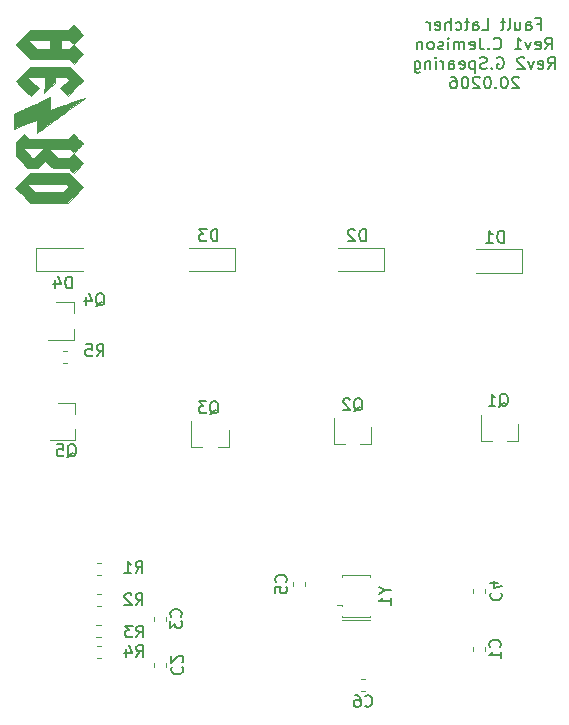
<source format=gbr>
G04 #@! TF.GenerationSoftware,KiCad,Pcbnew,5.1.5-52549c5~84~ubuntu18.04.1*
G04 #@! TF.CreationDate,2020-02-06T21:07:47-05:00*
G04 #@! TF.ProjectId,FH_fault-latch,46485f66-6175-46c7-942d-6c617463682e,rev?*
G04 #@! TF.SameCoordinates,Original*
G04 #@! TF.FileFunction,Legend,Bot*
G04 #@! TF.FilePolarity,Positive*
%FSLAX46Y46*%
G04 Gerber Fmt 4.6, Leading zero omitted, Abs format (unit mm)*
G04 Created by KiCad (PCBNEW 5.1.5-52549c5~84~ubuntu18.04.1) date 2020-02-06 21:07:47*
%MOMM*%
%LPD*%
G04 APERTURE LIST*
%ADD10C,0.150000*%
%ADD11C,0.010000*%
%ADD12C,0.120000*%
G04 APERTURE END LIST*
D10*
X151772380Y-69843571D02*
X152105714Y-69843571D01*
X152105714Y-70367380D02*
X152105714Y-69367380D01*
X151629523Y-69367380D01*
X150820000Y-70367380D02*
X150820000Y-69843571D01*
X150867619Y-69748333D01*
X150962857Y-69700714D01*
X151153333Y-69700714D01*
X151248571Y-69748333D01*
X150820000Y-70319761D02*
X150915238Y-70367380D01*
X151153333Y-70367380D01*
X151248571Y-70319761D01*
X151296190Y-70224523D01*
X151296190Y-70129285D01*
X151248571Y-70034047D01*
X151153333Y-69986428D01*
X150915238Y-69986428D01*
X150820000Y-69938809D01*
X149915238Y-69700714D02*
X149915238Y-70367380D01*
X150343809Y-69700714D02*
X150343809Y-70224523D01*
X150296190Y-70319761D01*
X150200952Y-70367380D01*
X150058095Y-70367380D01*
X149962857Y-70319761D01*
X149915238Y-70272142D01*
X149296190Y-70367380D02*
X149391428Y-70319761D01*
X149439047Y-70224523D01*
X149439047Y-69367380D01*
X149058095Y-69700714D02*
X148677142Y-69700714D01*
X148915238Y-69367380D02*
X148915238Y-70224523D01*
X148867619Y-70319761D01*
X148772380Y-70367380D01*
X148677142Y-70367380D01*
X147105714Y-70367380D02*
X147581904Y-70367380D01*
X147581904Y-69367380D01*
X146343809Y-70367380D02*
X146343809Y-69843571D01*
X146391428Y-69748333D01*
X146486666Y-69700714D01*
X146677142Y-69700714D01*
X146772380Y-69748333D01*
X146343809Y-70319761D02*
X146439047Y-70367380D01*
X146677142Y-70367380D01*
X146772380Y-70319761D01*
X146820000Y-70224523D01*
X146820000Y-70129285D01*
X146772380Y-70034047D01*
X146677142Y-69986428D01*
X146439047Y-69986428D01*
X146343809Y-69938809D01*
X146010476Y-69700714D02*
X145629523Y-69700714D01*
X145867619Y-69367380D02*
X145867619Y-70224523D01*
X145820000Y-70319761D01*
X145724761Y-70367380D01*
X145629523Y-70367380D01*
X144867619Y-70319761D02*
X144962857Y-70367380D01*
X145153333Y-70367380D01*
X145248571Y-70319761D01*
X145296190Y-70272142D01*
X145343809Y-70176904D01*
X145343809Y-69891190D01*
X145296190Y-69795952D01*
X145248571Y-69748333D01*
X145153333Y-69700714D01*
X144962857Y-69700714D01*
X144867619Y-69748333D01*
X144439047Y-70367380D02*
X144439047Y-69367380D01*
X144010476Y-70367380D02*
X144010476Y-69843571D01*
X144058095Y-69748333D01*
X144153333Y-69700714D01*
X144296190Y-69700714D01*
X144391428Y-69748333D01*
X144439047Y-69795952D01*
X143153333Y-70319761D02*
X143248571Y-70367380D01*
X143439047Y-70367380D01*
X143534285Y-70319761D01*
X143581904Y-70224523D01*
X143581904Y-69843571D01*
X143534285Y-69748333D01*
X143439047Y-69700714D01*
X143248571Y-69700714D01*
X143153333Y-69748333D01*
X143105714Y-69843571D01*
X143105714Y-69938809D01*
X143581904Y-70034047D01*
X142677142Y-70367380D02*
X142677142Y-69700714D01*
X142677142Y-69891190D02*
X142629523Y-69795952D01*
X142581904Y-69748333D01*
X142486666Y-69700714D01*
X142391428Y-69700714D01*
X152439047Y-72017380D02*
X152772380Y-71541190D01*
X153010476Y-72017380D02*
X153010476Y-71017380D01*
X152629523Y-71017380D01*
X152534285Y-71065000D01*
X152486666Y-71112619D01*
X152439047Y-71207857D01*
X152439047Y-71350714D01*
X152486666Y-71445952D01*
X152534285Y-71493571D01*
X152629523Y-71541190D01*
X153010476Y-71541190D01*
X151629523Y-71969761D02*
X151724761Y-72017380D01*
X151915238Y-72017380D01*
X152010476Y-71969761D01*
X152058095Y-71874523D01*
X152058095Y-71493571D01*
X152010476Y-71398333D01*
X151915238Y-71350714D01*
X151724761Y-71350714D01*
X151629523Y-71398333D01*
X151581904Y-71493571D01*
X151581904Y-71588809D01*
X152058095Y-71684047D01*
X151248571Y-71350714D02*
X151010476Y-72017380D01*
X150772380Y-71350714D01*
X149867619Y-72017380D02*
X150439047Y-72017380D01*
X150153333Y-72017380D02*
X150153333Y-71017380D01*
X150248571Y-71160238D01*
X150343809Y-71255476D01*
X150439047Y-71303095D01*
X148105714Y-71922142D02*
X148153333Y-71969761D01*
X148296190Y-72017380D01*
X148391428Y-72017380D01*
X148534285Y-71969761D01*
X148629523Y-71874523D01*
X148677142Y-71779285D01*
X148724761Y-71588809D01*
X148724761Y-71445952D01*
X148677142Y-71255476D01*
X148629523Y-71160238D01*
X148534285Y-71065000D01*
X148391428Y-71017380D01*
X148296190Y-71017380D01*
X148153333Y-71065000D01*
X148105714Y-71112619D01*
X147677142Y-71922142D02*
X147629523Y-71969761D01*
X147677142Y-72017380D01*
X147724761Y-71969761D01*
X147677142Y-71922142D01*
X147677142Y-72017380D01*
X146915238Y-71017380D02*
X146915238Y-71731666D01*
X146962857Y-71874523D01*
X147058095Y-71969761D01*
X147200952Y-72017380D01*
X147296190Y-72017380D01*
X146058095Y-71969761D02*
X146153333Y-72017380D01*
X146343809Y-72017380D01*
X146439047Y-71969761D01*
X146486666Y-71874523D01*
X146486666Y-71493571D01*
X146439047Y-71398333D01*
X146343809Y-71350714D01*
X146153333Y-71350714D01*
X146058095Y-71398333D01*
X146010476Y-71493571D01*
X146010476Y-71588809D01*
X146486666Y-71684047D01*
X145581904Y-72017380D02*
X145581904Y-71350714D01*
X145581904Y-71445952D02*
X145534285Y-71398333D01*
X145439047Y-71350714D01*
X145296190Y-71350714D01*
X145200952Y-71398333D01*
X145153333Y-71493571D01*
X145153333Y-72017380D01*
X145153333Y-71493571D02*
X145105714Y-71398333D01*
X145010476Y-71350714D01*
X144867619Y-71350714D01*
X144772380Y-71398333D01*
X144724761Y-71493571D01*
X144724761Y-72017380D01*
X144248571Y-72017380D02*
X144248571Y-71350714D01*
X144248571Y-71017380D02*
X144296190Y-71065000D01*
X144248571Y-71112619D01*
X144200952Y-71065000D01*
X144248571Y-71017380D01*
X144248571Y-71112619D01*
X143820000Y-71969761D02*
X143724761Y-72017380D01*
X143534285Y-72017380D01*
X143439047Y-71969761D01*
X143391428Y-71874523D01*
X143391428Y-71826904D01*
X143439047Y-71731666D01*
X143534285Y-71684047D01*
X143677142Y-71684047D01*
X143772380Y-71636428D01*
X143820000Y-71541190D01*
X143820000Y-71493571D01*
X143772380Y-71398333D01*
X143677142Y-71350714D01*
X143534285Y-71350714D01*
X143439047Y-71398333D01*
X142820000Y-72017380D02*
X142915238Y-71969761D01*
X142962857Y-71922142D01*
X143010476Y-71826904D01*
X143010476Y-71541190D01*
X142962857Y-71445952D01*
X142915238Y-71398333D01*
X142820000Y-71350714D01*
X142677142Y-71350714D01*
X142581904Y-71398333D01*
X142534285Y-71445952D01*
X142486666Y-71541190D01*
X142486666Y-71826904D01*
X142534285Y-71922142D01*
X142581904Y-71969761D01*
X142677142Y-72017380D01*
X142820000Y-72017380D01*
X142058095Y-71350714D02*
X142058095Y-72017380D01*
X142058095Y-71445952D02*
X142010476Y-71398333D01*
X141915238Y-71350714D01*
X141772380Y-71350714D01*
X141677142Y-71398333D01*
X141629523Y-71493571D01*
X141629523Y-72017380D01*
X152677142Y-73667380D02*
X153010476Y-73191190D01*
X153248571Y-73667380D02*
X153248571Y-72667380D01*
X152867619Y-72667380D01*
X152772380Y-72715000D01*
X152724761Y-72762619D01*
X152677142Y-72857857D01*
X152677142Y-73000714D01*
X152724761Y-73095952D01*
X152772380Y-73143571D01*
X152867619Y-73191190D01*
X153248571Y-73191190D01*
X151867619Y-73619761D02*
X151962857Y-73667380D01*
X152153333Y-73667380D01*
X152248571Y-73619761D01*
X152296190Y-73524523D01*
X152296190Y-73143571D01*
X152248571Y-73048333D01*
X152153333Y-73000714D01*
X151962857Y-73000714D01*
X151867619Y-73048333D01*
X151820000Y-73143571D01*
X151820000Y-73238809D01*
X152296190Y-73334047D01*
X151486666Y-73000714D02*
X151248571Y-73667380D01*
X151010476Y-73000714D01*
X150677142Y-72762619D02*
X150629523Y-72715000D01*
X150534285Y-72667380D01*
X150296190Y-72667380D01*
X150200952Y-72715000D01*
X150153333Y-72762619D01*
X150105714Y-72857857D01*
X150105714Y-72953095D01*
X150153333Y-73095952D01*
X150724761Y-73667380D01*
X150105714Y-73667380D01*
X148391428Y-72715000D02*
X148486666Y-72667380D01*
X148629523Y-72667380D01*
X148772380Y-72715000D01*
X148867619Y-72810238D01*
X148915238Y-72905476D01*
X148962857Y-73095952D01*
X148962857Y-73238809D01*
X148915238Y-73429285D01*
X148867619Y-73524523D01*
X148772380Y-73619761D01*
X148629523Y-73667380D01*
X148534285Y-73667380D01*
X148391428Y-73619761D01*
X148343809Y-73572142D01*
X148343809Y-73238809D01*
X148534285Y-73238809D01*
X147915238Y-73572142D02*
X147867619Y-73619761D01*
X147915238Y-73667380D01*
X147962857Y-73619761D01*
X147915238Y-73572142D01*
X147915238Y-73667380D01*
X147486666Y-73619761D02*
X147343809Y-73667380D01*
X147105714Y-73667380D01*
X147010476Y-73619761D01*
X146962857Y-73572142D01*
X146915238Y-73476904D01*
X146915238Y-73381666D01*
X146962857Y-73286428D01*
X147010476Y-73238809D01*
X147105714Y-73191190D01*
X147296190Y-73143571D01*
X147391428Y-73095952D01*
X147439047Y-73048333D01*
X147486666Y-72953095D01*
X147486666Y-72857857D01*
X147439047Y-72762619D01*
X147391428Y-72715000D01*
X147296190Y-72667380D01*
X147058095Y-72667380D01*
X146915238Y-72715000D01*
X146486666Y-73000714D02*
X146486666Y-74000714D01*
X146486666Y-73048333D02*
X146391428Y-73000714D01*
X146200952Y-73000714D01*
X146105714Y-73048333D01*
X146058095Y-73095952D01*
X146010476Y-73191190D01*
X146010476Y-73476904D01*
X146058095Y-73572142D01*
X146105714Y-73619761D01*
X146200952Y-73667380D01*
X146391428Y-73667380D01*
X146486666Y-73619761D01*
X145200952Y-73619761D02*
X145296190Y-73667380D01*
X145486666Y-73667380D01*
X145581904Y-73619761D01*
X145629523Y-73524523D01*
X145629523Y-73143571D01*
X145581904Y-73048333D01*
X145486666Y-73000714D01*
X145296190Y-73000714D01*
X145200952Y-73048333D01*
X145153333Y-73143571D01*
X145153333Y-73238809D01*
X145629523Y-73334047D01*
X144296190Y-73667380D02*
X144296190Y-73143571D01*
X144343809Y-73048333D01*
X144439047Y-73000714D01*
X144629523Y-73000714D01*
X144724761Y-73048333D01*
X144296190Y-73619761D02*
X144391428Y-73667380D01*
X144629523Y-73667380D01*
X144724761Y-73619761D01*
X144772380Y-73524523D01*
X144772380Y-73429285D01*
X144724761Y-73334047D01*
X144629523Y-73286428D01*
X144391428Y-73286428D01*
X144296190Y-73238809D01*
X143820000Y-73667380D02*
X143820000Y-73000714D01*
X143820000Y-73191190D02*
X143772380Y-73095952D01*
X143724761Y-73048333D01*
X143629523Y-73000714D01*
X143534285Y-73000714D01*
X143200952Y-73667380D02*
X143200952Y-73000714D01*
X143200952Y-72667380D02*
X143248571Y-72715000D01*
X143200952Y-72762619D01*
X143153333Y-72715000D01*
X143200952Y-72667380D01*
X143200952Y-72762619D01*
X142724761Y-73000714D02*
X142724761Y-73667380D01*
X142724761Y-73095952D02*
X142677142Y-73048333D01*
X142581904Y-73000714D01*
X142439047Y-73000714D01*
X142343809Y-73048333D01*
X142296190Y-73143571D01*
X142296190Y-73667380D01*
X141391428Y-73000714D02*
X141391428Y-73810238D01*
X141439047Y-73905476D01*
X141486666Y-73953095D01*
X141581904Y-74000714D01*
X141724761Y-74000714D01*
X141820000Y-73953095D01*
X141391428Y-73619761D02*
X141486666Y-73667380D01*
X141677142Y-73667380D01*
X141772380Y-73619761D01*
X141820000Y-73572142D01*
X141867619Y-73476904D01*
X141867619Y-73191190D01*
X141820000Y-73095952D01*
X141772380Y-73048333D01*
X141677142Y-73000714D01*
X141486666Y-73000714D01*
X141391428Y-73048333D01*
X150224761Y-74412619D02*
X150177142Y-74365000D01*
X150081904Y-74317380D01*
X149843809Y-74317380D01*
X149748571Y-74365000D01*
X149700952Y-74412619D01*
X149653333Y-74507857D01*
X149653333Y-74603095D01*
X149700952Y-74745952D01*
X150272380Y-75317380D01*
X149653333Y-75317380D01*
X149034285Y-74317380D02*
X148939047Y-74317380D01*
X148843809Y-74365000D01*
X148796190Y-74412619D01*
X148748571Y-74507857D01*
X148700952Y-74698333D01*
X148700952Y-74936428D01*
X148748571Y-75126904D01*
X148796190Y-75222142D01*
X148843809Y-75269761D01*
X148939047Y-75317380D01*
X149034285Y-75317380D01*
X149129523Y-75269761D01*
X149177142Y-75222142D01*
X149224761Y-75126904D01*
X149272380Y-74936428D01*
X149272380Y-74698333D01*
X149224761Y-74507857D01*
X149177142Y-74412619D01*
X149129523Y-74365000D01*
X149034285Y-74317380D01*
X148272380Y-75222142D02*
X148224761Y-75269761D01*
X148272380Y-75317380D01*
X148320000Y-75269761D01*
X148272380Y-75222142D01*
X148272380Y-75317380D01*
X147605714Y-74317380D02*
X147510476Y-74317380D01*
X147415238Y-74365000D01*
X147367619Y-74412619D01*
X147320000Y-74507857D01*
X147272380Y-74698333D01*
X147272380Y-74936428D01*
X147320000Y-75126904D01*
X147367619Y-75222142D01*
X147415238Y-75269761D01*
X147510476Y-75317380D01*
X147605714Y-75317380D01*
X147700952Y-75269761D01*
X147748571Y-75222142D01*
X147796190Y-75126904D01*
X147843809Y-74936428D01*
X147843809Y-74698333D01*
X147796190Y-74507857D01*
X147748571Y-74412619D01*
X147700952Y-74365000D01*
X147605714Y-74317380D01*
X146891428Y-74412619D02*
X146843809Y-74365000D01*
X146748571Y-74317380D01*
X146510476Y-74317380D01*
X146415238Y-74365000D01*
X146367619Y-74412619D01*
X146320000Y-74507857D01*
X146320000Y-74603095D01*
X146367619Y-74745952D01*
X146939047Y-75317380D01*
X146320000Y-75317380D01*
X145700952Y-74317380D02*
X145605714Y-74317380D01*
X145510476Y-74365000D01*
X145462857Y-74412619D01*
X145415238Y-74507857D01*
X145367619Y-74698333D01*
X145367619Y-74936428D01*
X145415238Y-75126904D01*
X145462857Y-75222142D01*
X145510476Y-75269761D01*
X145605714Y-75317380D01*
X145700952Y-75317380D01*
X145796190Y-75269761D01*
X145843809Y-75222142D01*
X145891428Y-75126904D01*
X145939047Y-74936428D01*
X145939047Y-74698333D01*
X145891428Y-74507857D01*
X145843809Y-74412619D01*
X145796190Y-74365000D01*
X145700952Y-74317380D01*
X144510476Y-74317380D02*
X144700952Y-74317380D01*
X144796190Y-74365000D01*
X144843809Y-74412619D01*
X144939047Y-74555476D01*
X144986666Y-74745952D01*
X144986666Y-75126904D01*
X144939047Y-75222142D01*
X144891428Y-75269761D01*
X144796190Y-75317380D01*
X144605714Y-75317380D01*
X144510476Y-75269761D01*
X144462857Y-75222142D01*
X144415238Y-75126904D01*
X144415238Y-74888809D01*
X144462857Y-74793571D01*
X144510476Y-74745952D01*
X144605714Y-74698333D01*
X144796190Y-74698333D01*
X144891428Y-74745952D01*
X144939047Y-74793571D01*
X144986666Y-74888809D01*
D11*
G36*
X108233394Y-84362292D02*
G01*
X108862412Y-84992038D01*
X112012592Y-84992038D01*
X113323934Y-83679332D01*
X112151096Y-82508016D01*
X111868625Y-82508016D01*
X111868625Y-83382672D01*
X111984504Y-83494987D01*
X112100384Y-83607301D01*
X111864656Y-83844849D01*
X111628929Y-84082397D01*
X109281663Y-84082397D01*
X108933113Y-83732534D01*
X108584564Y-83382672D01*
X111868625Y-83382672D01*
X111868625Y-82508016D01*
X108827405Y-82508016D01*
X108215890Y-83120281D01*
X107604376Y-83732545D01*
X108233394Y-84362292D01*
G37*
X108233394Y-84362292D02*
X108862412Y-84992038D01*
X112012592Y-84992038D01*
X113323934Y-83679332D01*
X112151096Y-82508016D01*
X111868625Y-82508016D01*
X111868625Y-83382672D01*
X111984504Y-83494987D01*
X112100384Y-83607301D01*
X111864656Y-83844849D01*
X111628929Y-84082397D01*
X109281663Y-84082397D01*
X108933113Y-83732534D01*
X108584564Y-83382672D01*
X111868625Y-83382672D01*
X111868625Y-82508016D01*
X108827405Y-82508016D01*
X108215890Y-83120281D01*
X107604376Y-83732545D01*
X108233394Y-84362292D01*
G36*
X108120121Y-81555094D02*
G01*
X108619113Y-82053195D01*
X109526495Y-82053195D01*
X110140177Y-81442357D01*
X110464437Y-81765269D01*
X110788698Y-82088182D01*
X112149646Y-82088182D01*
X112334931Y-82271166D01*
X112520217Y-82454149D01*
X113324270Y-81650096D01*
X112536694Y-80865312D01*
X112344270Y-81037904D01*
X112151846Y-81210497D01*
X111696428Y-81212011D01*
X111241011Y-81213526D01*
X110857356Y-80828678D01*
X110473700Y-80443829D01*
X112189463Y-80443829D01*
X112362144Y-80619146D01*
X112534825Y-80794464D01*
X112929355Y-80401053D01*
X113063260Y-80266179D01*
X113177693Y-80148343D01*
X113264262Y-80056396D01*
X113314577Y-79999184D01*
X113323884Y-79985023D01*
X113299858Y-79954378D01*
X113233504Y-79884426D01*
X113133412Y-79783856D01*
X113008171Y-79661358D01*
X112923024Y-79579510D01*
X112522164Y-79196618D01*
X112338200Y-79382896D01*
X112154236Y-79569173D01*
X110017343Y-79569173D01*
X110017343Y-80373857D01*
X109571440Y-80819759D01*
X109125537Y-81265662D01*
X108233732Y-80373857D01*
X110017343Y-80373857D01*
X110017343Y-79569173D01*
X108725225Y-79569173D01*
X108522818Y-79368879D01*
X108320412Y-79168585D01*
X107970771Y-79516914D01*
X107621130Y-79865244D01*
X107621130Y-81056993D01*
X108120121Y-81555094D01*
G37*
X108120121Y-81555094D02*
X108619113Y-82053195D01*
X109526495Y-82053195D01*
X110140177Y-81442357D01*
X110464437Y-81765269D01*
X110788698Y-82088182D01*
X112149646Y-82088182D01*
X112334931Y-82271166D01*
X112520217Y-82454149D01*
X113324270Y-81650096D01*
X112536694Y-80865312D01*
X112344270Y-81037904D01*
X112151846Y-81210497D01*
X111696428Y-81212011D01*
X111241011Y-81213526D01*
X110857356Y-80828678D01*
X110473700Y-80443829D01*
X112189463Y-80443829D01*
X112362144Y-80619146D01*
X112534825Y-80794464D01*
X112929355Y-80401053D01*
X113063260Y-80266179D01*
X113177693Y-80148343D01*
X113264262Y-80056396D01*
X113314577Y-79999184D01*
X113323884Y-79985023D01*
X113299858Y-79954378D01*
X113233504Y-79884426D01*
X113133412Y-79783856D01*
X113008171Y-79661358D01*
X112923024Y-79579510D01*
X112522164Y-79196618D01*
X112338200Y-79382896D01*
X112154236Y-79569173D01*
X110017343Y-79569173D01*
X110017343Y-80373857D01*
X109571440Y-80819759D01*
X109125537Y-81265662D01*
X108233732Y-80373857D01*
X110017343Y-80373857D01*
X110017343Y-79569173D01*
X108725225Y-79569173D01*
X108522818Y-79368879D01*
X108320412Y-79168585D01*
X107970771Y-79516914D01*
X107621130Y-79865244D01*
X107621130Y-81056993D01*
X108120121Y-81555094D01*
G36*
X108275679Y-75343136D02*
G01*
X108915283Y-75982039D01*
X109247940Y-75650765D01*
X109580597Y-75319492D01*
X109099886Y-74837859D01*
X108619174Y-74356226D01*
X110073091Y-74356226D01*
X110062882Y-75020537D01*
X110052672Y-75684849D01*
X110481254Y-75257219D01*
X110909835Y-74829590D01*
X110909835Y-74356226D01*
X111920874Y-74356226D01*
X112015994Y-74480933D01*
X112111113Y-74605641D01*
X111755558Y-74962411D01*
X111400002Y-75319180D01*
X111715625Y-75634803D01*
X112031248Y-75950425D01*
X112677566Y-75300845D01*
X112850587Y-75126340D01*
X113006125Y-74968292D01*
X113137697Y-74833385D01*
X113238821Y-74728304D01*
X113303012Y-74659732D01*
X113323884Y-74634546D01*
X113300205Y-74606135D01*
X113233800Y-74535585D01*
X113131616Y-74430039D01*
X113000602Y-74296639D01*
X112847704Y-74142526D01*
X112754972Y-74049699D01*
X112186060Y-73481570D01*
X108865604Y-73481570D01*
X108250840Y-74092902D01*
X107636075Y-74704234D01*
X108275679Y-75343136D01*
G37*
X108275679Y-75343136D02*
X108915283Y-75982039D01*
X109247940Y-75650765D01*
X109580597Y-75319492D01*
X109099886Y-74837859D01*
X108619174Y-74356226D01*
X110073091Y-74356226D01*
X110062882Y-75020537D01*
X110052672Y-75684849D01*
X110481254Y-75257219D01*
X110909835Y-74829590D01*
X110909835Y-74356226D01*
X111920874Y-74356226D01*
X112015994Y-74480933D01*
X112111113Y-74605641D01*
X111755558Y-74962411D01*
X111400002Y-75319180D01*
X111715625Y-75634803D01*
X112031248Y-75950425D01*
X112677566Y-75300845D01*
X112850587Y-75126340D01*
X113006125Y-74968292D01*
X113137697Y-74833385D01*
X113238821Y-74728304D01*
X113303012Y-74659732D01*
X113323884Y-74634546D01*
X113300205Y-74606135D01*
X113233800Y-74535585D01*
X113131616Y-74430039D01*
X113000602Y-74296639D01*
X112847704Y-74142526D01*
X112754972Y-74049699D01*
X112186060Y-73481570D01*
X108865604Y-73481570D01*
X108250840Y-74092902D01*
X107636075Y-74704234D01*
X108275679Y-75343136D01*
G36*
X108224988Y-72248661D02*
G01*
X108828884Y-72851818D01*
X112149646Y-72851818D01*
X112334931Y-73034802D01*
X112520217Y-73217786D01*
X112922243Y-72815759D01*
X113324270Y-72413733D01*
X112922050Y-72012654D01*
X112519830Y-71611576D01*
X112149646Y-71977162D01*
X111434628Y-71977162D01*
X111434628Y-71207465D01*
X112149646Y-71207465D01*
X112334931Y-71390449D01*
X112520217Y-71573433D01*
X113324270Y-70769380D01*
X112519830Y-69967224D01*
X112334738Y-70150016D01*
X112149646Y-70332810D01*
X110524986Y-70332810D01*
X110524986Y-71207465D01*
X110524986Y-71977162D01*
X109385990Y-71977162D01*
X108984620Y-71594087D01*
X108583251Y-71211011D01*
X109554119Y-71209238D01*
X110524986Y-71207465D01*
X110524986Y-70332810D01*
X108932422Y-70332810D01*
X108276757Y-70989157D01*
X107621091Y-71645505D01*
X108224988Y-72248661D01*
G37*
X108224988Y-72248661D02*
X108828884Y-72851818D01*
X112149646Y-72851818D01*
X112334931Y-73034802D01*
X112520217Y-73217786D01*
X112922243Y-72815759D01*
X113324270Y-72413733D01*
X112922050Y-72012654D01*
X112519830Y-71611576D01*
X112149646Y-71977162D01*
X111434628Y-71977162D01*
X111434628Y-71207465D01*
X112149646Y-71207465D01*
X112334931Y-71390449D01*
X112520217Y-71573433D01*
X113324270Y-70769380D01*
X112519830Y-69967224D01*
X112334738Y-70150016D01*
X112149646Y-70332810D01*
X110524986Y-70332810D01*
X110524986Y-71207465D01*
X110524986Y-71977162D01*
X109385990Y-71977162D01*
X108984620Y-71594087D01*
X108583251Y-71211011D01*
X109554119Y-71209238D01*
X110524986Y-71207465D01*
X110524986Y-70332810D01*
X108932422Y-70332810D01*
X108276757Y-70989157D01*
X107621091Y-71645505D01*
X108224988Y-72248661D01*
G36*
X108425813Y-78362149D02*
G01*
X109405427Y-78002940D01*
X109405427Y-78546576D01*
X109405846Y-78751642D01*
X109407861Y-78895832D01*
X109412611Y-78988241D01*
X109421234Y-79037965D01*
X109434869Y-79054100D01*
X109454654Y-79045739D01*
X109466653Y-79035711D01*
X109503473Y-79007708D01*
X109591537Y-78942995D01*
X109725215Y-78845622D01*
X109898877Y-78719640D01*
X110106893Y-78569100D01*
X110343633Y-78398052D01*
X110603466Y-78210547D01*
X110880763Y-78010636D01*
X111169893Y-77802370D01*
X111465227Y-77589800D01*
X111761134Y-77376975D01*
X112051985Y-77167947D01*
X112332148Y-76966767D01*
X112595995Y-76777485D01*
X112837895Y-76604153D01*
X113052217Y-76450819D01*
X113233333Y-76321537D01*
X113375611Y-76220355D01*
X113473422Y-76151326D01*
X113521136Y-76118499D01*
X113522265Y-76117780D01*
X113503674Y-76120543D01*
X113425209Y-76144309D01*
X113293056Y-76187011D01*
X113113402Y-76246583D01*
X112892431Y-76320959D01*
X112636332Y-76408072D01*
X112351288Y-76505855D01*
X112082142Y-76598841D01*
X111773551Y-76705724D01*
X111485885Y-76805231D01*
X111225757Y-76895085D01*
X110999778Y-76973006D01*
X110814560Y-77036718D01*
X110676716Y-77083942D01*
X110592858Y-77112401D01*
X110568987Y-77120138D01*
X110565836Y-77087177D01*
X110563166Y-76996394D01*
X110561186Y-76859941D01*
X110560108Y-76689966D01*
X110559973Y-76600214D01*
X110559973Y-76080291D01*
X109676570Y-76471051D01*
X109397003Y-76594594D01*
X109094805Y-76727933D01*
X108788947Y-76862710D01*
X108498400Y-76990569D01*
X108242135Y-77103154D01*
X108119683Y-77156848D01*
X107446199Y-77451883D01*
X107446199Y-78721357D01*
X108425813Y-78362149D01*
G37*
X108425813Y-78362149D02*
X109405427Y-78002940D01*
X109405427Y-78546576D01*
X109405846Y-78751642D01*
X109407861Y-78895832D01*
X109412611Y-78988241D01*
X109421234Y-79037965D01*
X109434869Y-79054100D01*
X109454654Y-79045739D01*
X109466653Y-79035711D01*
X109503473Y-79007708D01*
X109591537Y-78942995D01*
X109725215Y-78845622D01*
X109898877Y-78719640D01*
X110106893Y-78569100D01*
X110343633Y-78398052D01*
X110603466Y-78210547D01*
X110880763Y-78010636D01*
X111169893Y-77802370D01*
X111465227Y-77589800D01*
X111761134Y-77376975D01*
X112051985Y-77167947D01*
X112332148Y-76966767D01*
X112595995Y-76777485D01*
X112837895Y-76604153D01*
X113052217Y-76450819D01*
X113233333Y-76321537D01*
X113375611Y-76220355D01*
X113473422Y-76151326D01*
X113521136Y-76118499D01*
X113522265Y-76117780D01*
X113503674Y-76120543D01*
X113425209Y-76144309D01*
X113293056Y-76187011D01*
X113113402Y-76246583D01*
X112892431Y-76320959D01*
X112636332Y-76408072D01*
X112351288Y-76505855D01*
X112082142Y-76598841D01*
X111773551Y-76705724D01*
X111485885Y-76805231D01*
X111225757Y-76895085D01*
X110999778Y-76973006D01*
X110814560Y-77036718D01*
X110676716Y-77083942D01*
X110592858Y-77112401D01*
X110568987Y-77120138D01*
X110565836Y-77087177D01*
X110563166Y-76996394D01*
X110561186Y-76859941D01*
X110560108Y-76689966D01*
X110559973Y-76600214D01*
X110559973Y-76080291D01*
X109676570Y-76471051D01*
X109397003Y-76594594D01*
X109094805Y-76727933D01*
X108788947Y-76862710D01*
X108498400Y-76990569D01*
X108242135Y-77103154D01*
X108119683Y-77156848D01*
X107446199Y-77451883D01*
X107446199Y-78721357D01*
X108425813Y-78362149D01*
D12*
X112520000Y-93416000D02*
X111060000Y-93416000D01*
X112520000Y-96576000D02*
X110360000Y-96576000D01*
X112520000Y-96576000D02*
X112520000Y-95646000D01*
X112520000Y-93416000D02*
X112520000Y-94346000D01*
X137661500Y-116500500D02*
X137661500Y-116650500D01*
X135261500Y-116500500D02*
X135261500Y-116650500D01*
X135261500Y-119050500D02*
X135261500Y-119100500D01*
X135261500Y-120100500D02*
X135261500Y-119950500D01*
X137661500Y-120100500D02*
X137661500Y-119950500D01*
X135661500Y-120300500D02*
X135261500Y-120300500D01*
X135661500Y-120100500D02*
X135261500Y-120100500D01*
X135661500Y-116500500D02*
X135261500Y-116500500D01*
X137661500Y-120300500D02*
X135661500Y-120300500D01*
X135261500Y-119050500D02*
X134861500Y-119050500D01*
X135661500Y-120100500D02*
X137661500Y-120100500D01*
X137661500Y-116500500D02*
X135661500Y-116500500D01*
X111588733Y-97534000D02*
X111931267Y-97534000D01*
X111588733Y-98554000D02*
X111931267Y-98554000D01*
X114838267Y-123509500D02*
X114495733Y-123509500D01*
X114838267Y-122489500D02*
X114495733Y-122489500D01*
X114802767Y-121795000D02*
X114460233Y-121795000D01*
X114802767Y-120775000D02*
X114460233Y-120775000D01*
X114866267Y-119128000D02*
X114523733Y-119128000D01*
X114866267Y-118108000D02*
X114523733Y-118108000D01*
X114852267Y-116524500D02*
X114509733Y-116524500D01*
X114852267Y-115504500D02*
X114509733Y-115504500D01*
X112647000Y-101925000D02*
X111187000Y-101925000D01*
X112647000Y-105085000D02*
X110487000Y-105085000D01*
X112647000Y-105085000D02*
X112647000Y-104155000D01*
X112647000Y-101925000D02*
X112647000Y-102855000D01*
X125659000Y-105662000D02*
X125659000Y-104202000D01*
X122499000Y-105662000D02*
X122499000Y-103502000D01*
X122499000Y-105662000D02*
X123429000Y-105662000D01*
X125659000Y-105662000D02*
X124729000Y-105662000D01*
X137724000Y-105408000D02*
X137724000Y-103948000D01*
X134564000Y-105408000D02*
X134564000Y-103248000D01*
X134564000Y-105408000D02*
X135494000Y-105408000D01*
X137724000Y-105408000D02*
X136794000Y-105408000D01*
X150170000Y-105154000D02*
X150170000Y-103694000D01*
X147010000Y-105154000D02*
X147010000Y-102994000D01*
X147010000Y-105154000D02*
X147940000Y-105154000D01*
X150170000Y-105154000D02*
X149240000Y-105154000D01*
X109383000Y-90789000D02*
X113283000Y-90789000D01*
X109383000Y-88789000D02*
X113283000Y-88789000D01*
X109383000Y-90789000D02*
X109383000Y-88789000D01*
X126202000Y-88789000D02*
X122302000Y-88789000D01*
X126202000Y-90789000D02*
X122302000Y-90789000D01*
X126202000Y-88789000D02*
X126202000Y-90789000D01*
X138775000Y-88789000D02*
X134875000Y-88789000D01*
X138775000Y-90789000D02*
X134875000Y-90789000D01*
X138775000Y-88789000D02*
X138775000Y-90789000D01*
X150459000Y-88916000D02*
X146559000Y-88916000D01*
X150459000Y-90916000D02*
X146559000Y-90916000D01*
X150459000Y-88916000D02*
X150459000Y-90916000D01*
X136861733Y-125283500D02*
X137204267Y-125283500D01*
X136861733Y-126303500D02*
X137204267Y-126303500D01*
X132082000Y-117113233D02*
X132082000Y-117455767D01*
X131062000Y-117113233D02*
X131062000Y-117455767D01*
X146302000Y-118027267D02*
X146302000Y-117684733D01*
X147322000Y-118027267D02*
X147322000Y-117684733D01*
X119314500Y-120376767D02*
X119314500Y-120034233D01*
X120334500Y-120376767D02*
X120334500Y-120034233D01*
X119314500Y-124299767D02*
X119314500Y-123957233D01*
X120334500Y-124299767D02*
X120334500Y-123957233D01*
X146302000Y-122966267D02*
X146302000Y-122623733D01*
X147322000Y-122966267D02*
X147322000Y-122623733D01*
D10*
X114395238Y-93765619D02*
X114490476Y-93718000D01*
X114585714Y-93622761D01*
X114728571Y-93479904D01*
X114823809Y-93432285D01*
X114919047Y-93432285D01*
X114871428Y-93670380D02*
X114966666Y-93622761D01*
X115061904Y-93527523D01*
X115109523Y-93337047D01*
X115109523Y-93003714D01*
X115061904Y-92813238D01*
X114966666Y-92718000D01*
X114871428Y-92670380D01*
X114680952Y-92670380D01*
X114585714Y-92718000D01*
X114490476Y-92813238D01*
X114442857Y-93003714D01*
X114442857Y-93337047D01*
X114490476Y-93527523D01*
X114585714Y-93622761D01*
X114680952Y-93670380D01*
X114871428Y-93670380D01*
X113585714Y-93003714D02*
X113585714Y-93670380D01*
X113823809Y-92622761D02*
X114061904Y-93337047D01*
X113442857Y-93337047D01*
X138887690Y-117824309D02*
X139363880Y-117824309D01*
X138363880Y-117490976D02*
X138887690Y-117824309D01*
X138363880Y-118157642D01*
X139363880Y-119014785D02*
X139363880Y-118443357D01*
X139363880Y-118729071D02*
X138363880Y-118729071D01*
X138506738Y-118633833D01*
X138601976Y-118538595D01*
X138649595Y-118443357D01*
X114480666Y-97988380D02*
X114814000Y-97512190D01*
X115052095Y-97988380D02*
X115052095Y-96988380D01*
X114671142Y-96988380D01*
X114575904Y-97036000D01*
X114528285Y-97083619D01*
X114480666Y-97178857D01*
X114480666Y-97321714D01*
X114528285Y-97416952D01*
X114575904Y-97464571D01*
X114671142Y-97512190D01*
X115052095Y-97512190D01*
X113575904Y-96988380D02*
X114052095Y-96988380D01*
X114099714Y-97464571D01*
X114052095Y-97416952D01*
X113956857Y-97369333D01*
X113718761Y-97369333D01*
X113623523Y-97416952D01*
X113575904Y-97464571D01*
X113528285Y-97559809D01*
X113528285Y-97797904D01*
X113575904Y-97893142D01*
X113623523Y-97940761D01*
X113718761Y-97988380D01*
X113956857Y-97988380D01*
X114052095Y-97940761D01*
X114099714Y-97893142D01*
X117832166Y-123451880D02*
X118165500Y-122975690D01*
X118403595Y-123451880D02*
X118403595Y-122451880D01*
X118022642Y-122451880D01*
X117927404Y-122499500D01*
X117879785Y-122547119D01*
X117832166Y-122642357D01*
X117832166Y-122785214D01*
X117879785Y-122880452D01*
X117927404Y-122928071D01*
X118022642Y-122975690D01*
X118403595Y-122975690D01*
X116975023Y-122785214D02*
X116975023Y-123451880D01*
X117213119Y-122404261D02*
X117451214Y-123118547D01*
X116832166Y-123118547D01*
X117846166Y-121800880D02*
X118179500Y-121324690D01*
X118417595Y-121800880D02*
X118417595Y-120800880D01*
X118036642Y-120800880D01*
X117941404Y-120848500D01*
X117893785Y-120896119D01*
X117846166Y-120991357D01*
X117846166Y-121134214D01*
X117893785Y-121229452D01*
X117941404Y-121277071D01*
X118036642Y-121324690D01*
X118417595Y-121324690D01*
X117512833Y-120800880D02*
X116893785Y-120800880D01*
X117227119Y-121181833D01*
X117084261Y-121181833D01*
X116989023Y-121229452D01*
X116941404Y-121277071D01*
X116893785Y-121372309D01*
X116893785Y-121610404D01*
X116941404Y-121705642D01*
X116989023Y-121753261D01*
X117084261Y-121800880D01*
X117369976Y-121800880D01*
X117465214Y-121753261D01*
X117512833Y-121705642D01*
X117782666Y-119070380D02*
X118116000Y-118594190D01*
X118354095Y-119070380D02*
X118354095Y-118070380D01*
X117973142Y-118070380D01*
X117877904Y-118118000D01*
X117830285Y-118165619D01*
X117782666Y-118260857D01*
X117782666Y-118403714D01*
X117830285Y-118498952D01*
X117877904Y-118546571D01*
X117973142Y-118594190D01*
X118354095Y-118594190D01*
X117401714Y-118165619D02*
X117354095Y-118118000D01*
X117258857Y-118070380D01*
X117020761Y-118070380D01*
X116925523Y-118118000D01*
X116877904Y-118165619D01*
X116830285Y-118260857D01*
X116830285Y-118356095D01*
X116877904Y-118498952D01*
X117449333Y-119070380D01*
X116830285Y-119070380D01*
X117768666Y-116339880D02*
X118102000Y-115863690D01*
X118340095Y-116339880D02*
X118340095Y-115339880D01*
X117959142Y-115339880D01*
X117863904Y-115387500D01*
X117816285Y-115435119D01*
X117768666Y-115530357D01*
X117768666Y-115673214D01*
X117816285Y-115768452D01*
X117863904Y-115816071D01*
X117959142Y-115863690D01*
X118340095Y-115863690D01*
X116816285Y-116339880D02*
X117387714Y-116339880D01*
X117102000Y-116339880D02*
X117102000Y-115339880D01*
X117197238Y-115482738D01*
X117292476Y-115577976D01*
X117387714Y-115625595D01*
X111982238Y-106552619D02*
X112077476Y-106505000D01*
X112172714Y-106409761D01*
X112315571Y-106266904D01*
X112410809Y-106219285D01*
X112506047Y-106219285D01*
X112458428Y-106457380D02*
X112553666Y-106409761D01*
X112648904Y-106314523D01*
X112696523Y-106124047D01*
X112696523Y-105790714D01*
X112648904Y-105600238D01*
X112553666Y-105505000D01*
X112458428Y-105457380D01*
X112267952Y-105457380D01*
X112172714Y-105505000D01*
X112077476Y-105600238D01*
X112029857Y-105790714D01*
X112029857Y-106124047D01*
X112077476Y-106314523D01*
X112172714Y-106409761D01*
X112267952Y-106457380D01*
X112458428Y-106457380D01*
X111125095Y-105457380D02*
X111601285Y-105457380D01*
X111648904Y-105933571D01*
X111601285Y-105885952D01*
X111506047Y-105838333D01*
X111267952Y-105838333D01*
X111172714Y-105885952D01*
X111125095Y-105933571D01*
X111077476Y-106028809D01*
X111077476Y-106266904D01*
X111125095Y-106362142D01*
X111172714Y-106409761D01*
X111267952Y-106457380D01*
X111506047Y-106457380D01*
X111601285Y-106409761D01*
X111648904Y-106362142D01*
X124047238Y-102909619D02*
X124142476Y-102862000D01*
X124237714Y-102766761D01*
X124380571Y-102623904D01*
X124475809Y-102576285D01*
X124571047Y-102576285D01*
X124523428Y-102814380D02*
X124618666Y-102766761D01*
X124713904Y-102671523D01*
X124761523Y-102481047D01*
X124761523Y-102147714D01*
X124713904Y-101957238D01*
X124618666Y-101862000D01*
X124523428Y-101814380D01*
X124332952Y-101814380D01*
X124237714Y-101862000D01*
X124142476Y-101957238D01*
X124094857Y-102147714D01*
X124094857Y-102481047D01*
X124142476Y-102671523D01*
X124237714Y-102766761D01*
X124332952Y-102814380D01*
X124523428Y-102814380D01*
X123761523Y-101814380D02*
X123142476Y-101814380D01*
X123475809Y-102195333D01*
X123332952Y-102195333D01*
X123237714Y-102242952D01*
X123190095Y-102290571D01*
X123142476Y-102385809D01*
X123142476Y-102623904D01*
X123190095Y-102719142D01*
X123237714Y-102766761D01*
X123332952Y-102814380D01*
X123618666Y-102814380D01*
X123713904Y-102766761D01*
X123761523Y-102719142D01*
X136239238Y-102655619D02*
X136334476Y-102608000D01*
X136429714Y-102512761D01*
X136572571Y-102369904D01*
X136667809Y-102322285D01*
X136763047Y-102322285D01*
X136715428Y-102560380D02*
X136810666Y-102512761D01*
X136905904Y-102417523D01*
X136953523Y-102227047D01*
X136953523Y-101893714D01*
X136905904Y-101703238D01*
X136810666Y-101608000D01*
X136715428Y-101560380D01*
X136524952Y-101560380D01*
X136429714Y-101608000D01*
X136334476Y-101703238D01*
X136286857Y-101893714D01*
X136286857Y-102227047D01*
X136334476Y-102417523D01*
X136429714Y-102512761D01*
X136524952Y-102560380D01*
X136715428Y-102560380D01*
X135905904Y-101655619D02*
X135858285Y-101608000D01*
X135763047Y-101560380D01*
X135524952Y-101560380D01*
X135429714Y-101608000D01*
X135382095Y-101655619D01*
X135334476Y-101750857D01*
X135334476Y-101846095D01*
X135382095Y-101988952D01*
X135953523Y-102560380D01*
X135334476Y-102560380D01*
X148558238Y-102274619D02*
X148653476Y-102227000D01*
X148748714Y-102131761D01*
X148891571Y-101988904D01*
X148986809Y-101941285D01*
X149082047Y-101941285D01*
X149034428Y-102179380D02*
X149129666Y-102131761D01*
X149224904Y-102036523D01*
X149272523Y-101846047D01*
X149272523Y-101512714D01*
X149224904Y-101322238D01*
X149129666Y-101227000D01*
X149034428Y-101179380D01*
X148843952Y-101179380D01*
X148748714Y-101227000D01*
X148653476Y-101322238D01*
X148605857Y-101512714D01*
X148605857Y-101846047D01*
X148653476Y-102036523D01*
X148748714Y-102131761D01*
X148843952Y-102179380D01*
X149034428Y-102179380D01*
X147653476Y-102179380D02*
X148224904Y-102179380D01*
X147939190Y-102179380D02*
X147939190Y-101179380D01*
X148034428Y-101322238D01*
X148129666Y-101417476D01*
X148224904Y-101465095D01*
X112371095Y-92241380D02*
X112371095Y-91241380D01*
X112133000Y-91241380D01*
X111990142Y-91289000D01*
X111894904Y-91384238D01*
X111847285Y-91479476D01*
X111799666Y-91669952D01*
X111799666Y-91812809D01*
X111847285Y-92003285D01*
X111894904Y-92098523D01*
X111990142Y-92193761D01*
X112133000Y-92241380D01*
X112371095Y-92241380D01*
X110942523Y-91574714D02*
X110942523Y-92241380D01*
X111180619Y-91193761D02*
X111418714Y-91908047D01*
X110799666Y-91908047D01*
X124690095Y-88241380D02*
X124690095Y-87241380D01*
X124452000Y-87241380D01*
X124309142Y-87289000D01*
X124213904Y-87384238D01*
X124166285Y-87479476D01*
X124118666Y-87669952D01*
X124118666Y-87812809D01*
X124166285Y-88003285D01*
X124213904Y-88098523D01*
X124309142Y-88193761D01*
X124452000Y-88241380D01*
X124690095Y-88241380D01*
X123785333Y-87241380D02*
X123166285Y-87241380D01*
X123499619Y-87622333D01*
X123356761Y-87622333D01*
X123261523Y-87669952D01*
X123213904Y-87717571D01*
X123166285Y-87812809D01*
X123166285Y-88050904D01*
X123213904Y-88146142D01*
X123261523Y-88193761D01*
X123356761Y-88241380D01*
X123642476Y-88241380D01*
X123737714Y-88193761D01*
X123785333Y-88146142D01*
X137263095Y-88241380D02*
X137263095Y-87241380D01*
X137025000Y-87241380D01*
X136882142Y-87289000D01*
X136786904Y-87384238D01*
X136739285Y-87479476D01*
X136691666Y-87669952D01*
X136691666Y-87812809D01*
X136739285Y-88003285D01*
X136786904Y-88098523D01*
X136882142Y-88193761D01*
X137025000Y-88241380D01*
X137263095Y-88241380D01*
X136310714Y-87336619D02*
X136263095Y-87289000D01*
X136167857Y-87241380D01*
X135929761Y-87241380D01*
X135834523Y-87289000D01*
X135786904Y-87336619D01*
X135739285Y-87431857D01*
X135739285Y-87527095D01*
X135786904Y-87669952D01*
X136358333Y-88241380D01*
X135739285Y-88241380D01*
X148947095Y-88368380D02*
X148947095Y-87368380D01*
X148709000Y-87368380D01*
X148566142Y-87416000D01*
X148470904Y-87511238D01*
X148423285Y-87606476D01*
X148375666Y-87796952D01*
X148375666Y-87939809D01*
X148423285Y-88130285D01*
X148470904Y-88225523D01*
X148566142Y-88320761D01*
X148709000Y-88368380D01*
X148947095Y-88368380D01*
X147423285Y-88368380D02*
X147994714Y-88368380D01*
X147709000Y-88368380D02*
X147709000Y-87368380D01*
X147804238Y-87511238D01*
X147899476Y-87606476D01*
X147994714Y-87654095D01*
X137199666Y-127580642D02*
X137247285Y-127628261D01*
X137390142Y-127675880D01*
X137485380Y-127675880D01*
X137628238Y-127628261D01*
X137723476Y-127533023D01*
X137771095Y-127437785D01*
X137818714Y-127247309D01*
X137818714Y-127104452D01*
X137771095Y-126913976D01*
X137723476Y-126818738D01*
X137628238Y-126723500D01*
X137485380Y-126675880D01*
X137390142Y-126675880D01*
X137247285Y-126723500D01*
X137199666Y-126771119D01*
X136342523Y-126675880D02*
X136533000Y-126675880D01*
X136628238Y-126723500D01*
X136675857Y-126771119D01*
X136771095Y-126913976D01*
X136818714Y-127104452D01*
X136818714Y-127485404D01*
X136771095Y-127580642D01*
X136723476Y-127628261D01*
X136628238Y-127675880D01*
X136437761Y-127675880D01*
X136342523Y-127628261D01*
X136294904Y-127580642D01*
X136247285Y-127485404D01*
X136247285Y-127247309D01*
X136294904Y-127152071D01*
X136342523Y-127104452D01*
X136437761Y-127056833D01*
X136628238Y-127056833D01*
X136723476Y-127104452D01*
X136771095Y-127152071D01*
X136818714Y-127247309D01*
X130499142Y-117117833D02*
X130546761Y-117070214D01*
X130594380Y-116927357D01*
X130594380Y-116832119D01*
X130546761Y-116689261D01*
X130451523Y-116594023D01*
X130356285Y-116546404D01*
X130165809Y-116498785D01*
X130022952Y-116498785D01*
X129832476Y-116546404D01*
X129737238Y-116594023D01*
X129642000Y-116689261D01*
X129594380Y-116832119D01*
X129594380Y-116927357D01*
X129642000Y-117070214D01*
X129689619Y-117117833D01*
X129594380Y-118022595D02*
X129594380Y-117546404D01*
X130070571Y-117498785D01*
X130022952Y-117546404D01*
X129975333Y-117641642D01*
X129975333Y-117879738D01*
X130022952Y-117974976D01*
X130070571Y-118022595D01*
X130165809Y-118070214D01*
X130403904Y-118070214D01*
X130499142Y-118022595D01*
X130546761Y-117974976D01*
X130594380Y-117879738D01*
X130594380Y-117641642D01*
X130546761Y-117546404D01*
X130499142Y-117498785D01*
X147884857Y-118022666D02*
X147837238Y-118070285D01*
X147789619Y-118213142D01*
X147789619Y-118308380D01*
X147837238Y-118451238D01*
X147932476Y-118546476D01*
X148027714Y-118594095D01*
X148218190Y-118641714D01*
X148361047Y-118641714D01*
X148551523Y-118594095D01*
X148646761Y-118546476D01*
X148742000Y-118451238D01*
X148789619Y-118308380D01*
X148789619Y-118213142D01*
X148742000Y-118070285D01*
X148694380Y-118022666D01*
X148456285Y-117165523D02*
X147789619Y-117165523D01*
X148837238Y-117403619D02*
X148122952Y-117641714D01*
X148122952Y-117022666D01*
X121611642Y-120038833D02*
X121659261Y-119991214D01*
X121706880Y-119848357D01*
X121706880Y-119753119D01*
X121659261Y-119610261D01*
X121564023Y-119515023D01*
X121468785Y-119467404D01*
X121278309Y-119419785D01*
X121135452Y-119419785D01*
X120944976Y-119467404D01*
X120849738Y-119515023D01*
X120754500Y-119610261D01*
X120706880Y-119753119D01*
X120706880Y-119848357D01*
X120754500Y-119991214D01*
X120802119Y-120038833D01*
X120706880Y-120372166D02*
X120706880Y-120991214D01*
X121087833Y-120657880D01*
X121087833Y-120800738D01*
X121135452Y-120895976D01*
X121183071Y-120943595D01*
X121278309Y-120991214D01*
X121516404Y-120991214D01*
X121611642Y-120943595D01*
X121659261Y-120895976D01*
X121706880Y-120800738D01*
X121706880Y-120515023D01*
X121659261Y-120419785D01*
X121611642Y-120372166D01*
X120897357Y-124295166D02*
X120849738Y-124342785D01*
X120802119Y-124485642D01*
X120802119Y-124580880D01*
X120849738Y-124723738D01*
X120944976Y-124818976D01*
X121040214Y-124866595D01*
X121230690Y-124914214D01*
X121373547Y-124914214D01*
X121564023Y-124866595D01*
X121659261Y-124818976D01*
X121754500Y-124723738D01*
X121802119Y-124580880D01*
X121802119Y-124485642D01*
X121754500Y-124342785D01*
X121706880Y-124295166D01*
X121706880Y-123914214D02*
X121754500Y-123866595D01*
X121802119Y-123771357D01*
X121802119Y-123533261D01*
X121754500Y-123438023D01*
X121706880Y-123390404D01*
X121611642Y-123342785D01*
X121516404Y-123342785D01*
X121373547Y-123390404D01*
X120802119Y-123961833D01*
X120802119Y-123342785D01*
X148599142Y-122628333D02*
X148646761Y-122580714D01*
X148694380Y-122437857D01*
X148694380Y-122342619D01*
X148646761Y-122199761D01*
X148551523Y-122104523D01*
X148456285Y-122056904D01*
X148265809Y-122009285D01*
X148122952Y-122009285D01*
X147932476Y-122056904D01*
X147837238Y-122104523D01*
X147742000Y-122199761D01*
X147694380Y-122342619D01*
X147694380Y-122437857D01*
X147742000Y-122580714D01*
X147789619Y-122628333D01*
X148694380Y-123580714D02*
X148694380Y-123009285D01*
X148694380Y-123295000D02*
X147694380Y-123295000D01*
X147837238Y-123199761D01*
X147932476Y-123104523D01*
X147980095Y-123009285D01*
M02*

</source>
